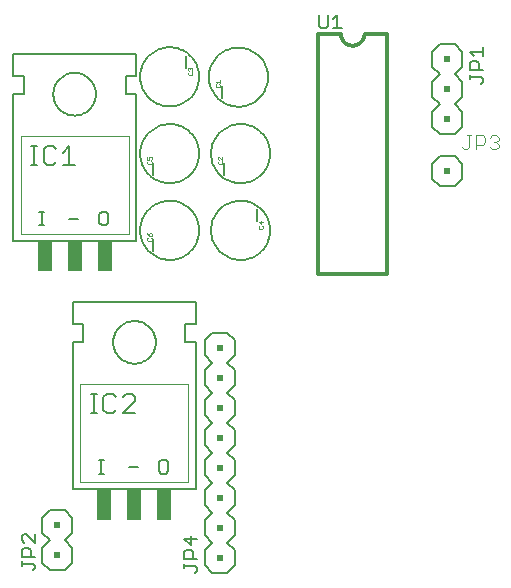
<source format=gto>
G75*
%MOIN*%
%OFA0B0*%
%FSLAX24Y24*%
%IPPOS*%
%LPD*%
%AMOC8*
5,1,8,0,0,1.08239X$1,22.5*
%
%ADD10C,0.0120*%
%ADD11C,0.0050*%
%ADD12C,0.0080*%
%ADD13C,0.0010*%
%ADD14R,0.0200X0.0200*%
%ADD15C,0.0060*%
%ADD16C,0.0020*%
%ADD17C,0.0070*%
%ADD18R,0.0500X0.0350*%
%ADD19R,0.0500X0.0650*%
%ADD20C,0.0040*%
D10*
X010447Y010944D02*
X012747Y010944D01*
X012747Y018944D01*
X011997Y018944D01*
X011995Y018905D01*
X011989Y018866D01*
X011980Y018828D01*
X011967Y018791D01*
X011950Y018755D01*
X011930Y018722D01*
X011906Y018690D01*
X011880Y018661D01*
X011851Y018635D01*
X011819Y018611D01*
X011786Y018591D01*
X011750Y018574D01*
X011713Y018561D01*
X011675Y018552D01*
X011636Y018546D01*
X011597Y018544D01*
X011558Y018546D01*
X011519Y018552D01*
X011481Y018561D01*
X011444Y018574D01*
X011408Y018591D01*
X011375Y018611D01*
X011343Y018635D01*
X011314Y018661D01*
X011288Y018690D01*
X011264Y018722D01*
X011244Y018755D01*
X011227Y018791D01*
X011214Y018828D01*
X011205Y018866D01*
X011199Y018905D01*
X011197Y018944D01*
X010447Y018944D01*
X010447Y010944D01*
D11*
X001010Y001128D02*
X000935Y001053D01*
X001010Y001128D02*
X001010Y001203D01*
X000935Y001278D01*
X000559Y001278D01*
X000559Y001203D02*
X000559Y001353D01*
X000559Y001513D02*
X000559Y001739D01*
X000634Y001814D01*
X000785Y001814D01*
X000860Y001739D01*
X000860Y001513D01*
X001010Y001513D02*
X000559Y001513D01*
X000634Y001974D02*
X000559Y002049D01*
X000559Y002199D01*
X000634Y002274D01*
X000710Y002274D01*
X001010Y001974D01*
X001010Y002274D01*
X003147Y004280D02*
X003297Y004280D01*
X003222Y004280D02*
X003222Y004730D01*
X003147Y004730D02*
X003297Y004730D01*
X004147Y004505D02*
X004447Y004505D01*
X005147Y004655D02*
X005147Y004355D01*
X005222Y004280D01*
X005372Y004280D01*
X005447Y004355D01*
X005447Y004655D01*
X005372Y004730D01*
X005222Y004730D01*
X005147Y004655D01*
X005969Y002112D02*
X006194Y001887D01*
X006194Y002187D01*
X006419Y002112D02*
X005969Y002112D01*
X006044Y001727D02*
X006194Y001727D01*
X006269Y001652D01*
X006269Y001427D01*
X006419Y001427D02*
X005969Y001427D01*
X005969Y001652D01*
X006044Y001727D01*
X005969Y001267D02*
X005969Y001116D01*
X005969Y001192D02*
X006344Y001192D01*
X006419Y001116D01*
X006419Y001041D01*
X006344Y000966D01*
X003376Y012548D02*
X003226Y012548D01*
X003151Y012623D01*
X003151Y012923D01*
X003226Y012998D01*
X003376Y012998D01*
X003451Y012923D01*
X003451Y012623D01*
X003376Y012548D01*
X002451Y012773D02*
X002151Y012773D01*
X001301Y012998D02*
X001151Y012998D01*
X001226Y012998D02*
X001226Y012548D01*
X001151Y012548D02*
X001301Y012548D01*
X010472Y019194D02*
X010547Y019119D01*
X010698Y019119D01*
X010773Y019194D01*
X010773Y019569D01*
X010933Y019419D02*
X011083Y019569D01*
X011083Y019119D01*
X010933Y019119D02*
X011233Y019119D01*
X010472Y019194D02*
X010472Y019569D01*
X015492Y018338D02*
X015942Y018338D01*
X015942Y018188D02*
X015942Y018488D01*
X015642Y018188D02*
X015492Y018338D01*
X015567Y018028D02*
X015717Y018028D01*
X015792Y017953D01*
X015792Y017728D01*
X015942Y017728D02*
X015492Y017728D01*
X015492Y017953D01*
X015567Y018028D01*
X015492Y017567D02*
X015492Y017417D01*
X015492Y017492D02*
X015867Y017492D01*
X015942Y017417D01*
X015942Y017342D01*
X015867Y017267D01*
D12*
X015247Y017343D02*
X015247Y016843D01*
X014997Y016593D01*
X015247Y016343D01*
X015247Y015843D01*
X014997Y015593D01*
X014497Y015593D01*
X014247Y015843D01*
X014247Y016343D01*
X014497Y016593D01*
X014247Y016843D01*
X014247Y017343D01*
X014497Y017593D01*
X014247Y017843D01*
X014247Y018343D01*
X014497Y018593D01*
X014997Y018593D01*
X015247Y018343D01*
X015247Y017843D01*
X014997Y017593D01*
X015247Y017343D01*
X014997Y014853D02*
X014497Y014853D01*
X014247Y014603D01*
X014247Y014103D01*
X014497Y013853D01*
X014997Y013853D01*
X015247Y014103D01*
X015247Y014603D01*
X014997Y014853D01*
X008407Y013085D02*
X008407Y012685D01*
X006873Y012385D02*
X006875Y012447D01*
X006881Y012510D01*
X006891Y012571D01*
X006905Y012632D01*
X006922Y012692D01*
X006943Y012751D01*
X006969Y012808D01*
X006997Y012863D01*
X007029Y012917D01*
X007065Y012968D01*
X007103Y013018D01*
X007145Y013064D01*
X007189Y013108D01*
X007237Y013149D01*
X007286Y013187D01*
X007338Y013221D01*
X007392Y013252D01*
X007448Y013280D01*
X007506Y013304D01*
X007565Y013325D01*
X007625Y013341D01*
X007686Y013354D01*
X007748Y013363D01*
X007810Y013368D01*
X007873Y013369D01*
X007935Y013366D01*
X007997Y013359D01*
X008059Y013348D01*
X008119Y013333D01*
X008179Y013315D01*
X008237Y013293D01*
X008294Y013267D01*
X008349Y013237D01*
X008402Y013204D01*
X008453Y013168D01*
X008501Y013129D01*
X008547Y013086D01*
X008590Y013041D01*
X008630Y012993D01*
X008667Y012943D01*
X008701Y012890D01*
X008732Y012836D01*
X008758Y012780D01*
X008782Y012722D01*
X008801Y012662D01*
X008817Y012602D01*
X008829Y012540D01*
X008837Y012479D01*
X008841Y012416D01*
X008841Y012354D01*
X008837Y012291D01*
X008829Y012230D01*
X008817Y012168D01*
X008801Y012108D01*
X008782Y012048D01*
X008758Y011990D01*
X008732Y011934D01*
X008701Y011880D01*
X008667Y011827D01*
X008630Y011777D01*
X008590Y011729D01*
X008547Y011684D01*
X008501Y011641D01*
X008453Y011602D01*
X008402Y011566D01*
X008349Y011533D01*
X008294Y011503D01*
X008237Y011477D01*
X008179Y011455D01*
X008119Y011437D01*
X008059Y011422D01*
X007997Y011411D01*
X007935Y011404D01*
X007873Y011401D01*
X007810Y011402D01*
X007748Y011407D01*
X007686Y011416D01*
X007625Y011429D01*
X007565Y011445D01*
X007506Y011466D01*
X007448Y011490D01*
X007392Y011518D01*
X007338Y011549D01*
X007286Y011583D01*
X007237Y011621D01*
X007189Y011662D01*
X007145Y011706D01*
X007103Y011752D01*
X007065Y011802D01*
X007029Y011853D01*
X006997Y011907D01*
X006969Y011962D01*
X006943Y012019D01*
X006922Y012078D01*
X006905Y012138D01*
X006891Y012199D01*
X006881Y012260D01*
X006875Y012323D01*
X006873Y012385D01*
X004511Y012385D02*
X004513Y012447D01*
X004519Y012510D01*
X004529Y012571D01*
X004543Y012632D01*
X004560Y012692D01*
X004581Y012751D01*
X004607Y012808D01*
X004635Y012863D01*
X004667Y012917D01*
X004703Y012968D01*
X004741Y013018D01*
X004783Y013064D01*
X004827Y013108D01*
X004875Y013149D01*
X004924Y013187D01*
X004976Y013221D01*
X005030Y013252D01*
X005086Y013280D01*
X005144Y013304D01*
X005203Y013325D01*
X005263Y013341D01*
X005324Y013354D01*
X005386Y013363D01*
X005448Y013368D01*
X005511Y013369D01*
X005573Y013366D01*
X005635Y013359D01*
X005697Y013348D01*
X005757Y013333D01*
X005817Y013315D01*
X005875Y013293D01*
X005932Y013267D01*
X005987Y013237D01*
X006040Y013204D01*
X006091Y013168D01*
X006139Y013129D01*
X006185Y013086D01*
X006228Y013041D01*
X006268Y012993D01*
X006305Y012943D01*
X006339Y012890D01*
X006370Y012836D01*
X006396Y012780D01*
X006420Y012722D01*
X006439Y012662D01*
X006455Y012602D01*
X006467Y012540D01*
X006475Y012479D01*
X006479Y012416D01*
X006479Y012354D01*
X006475Y012291D01*
X006467Y012230D01*
X006455Y012168D01*
X006439Y012108D01*
X006420Y012048D01*
X006396Y011990D01*
X006370Y011934D01*
X006339Y011880D01*
X006305Y011827D01*
X006268Y011777D01*
X006228Y011729D01*
X006185Y011684D01*
X006139Y011641D01*
X006091Y011602D01*
X006040Y011566D01*
X005987Y011533D01*
X005932Y011503D01*
X005875Y011477D01*
X005817Y011455D01*
X005757Y011437D01*
X005697Y011422D01*
X005635Y011411D01*
X005573Y011404D01*
X005511Y011401D01*
X005448Y011402D01*
X005386Y011407D01*
X005324Y011416D01*
X005263Y011429D01*
X005203Y011445D01*
X005144Y011466D01*
X005086Y011490D01*
X005030Y011518D01*
X004976Y011549D01*
X004924Y011583D01*
X004875Y011621D01*
X004827Y011662D01*
X004783Y011706D01*
X004741Y011752D01*
X004703Y011802D01*
X004667Y011853D01*
X004635Y011907D01*
X004607Y011962D01*
X004581Y012019D01*
X004560Y012078D01*
X004543Y012138D01*
X004529Y012199D01*
X004519Y012260D01*
X004513Y012323D01*
X004511Y012385D01*
X004945Y012085D02*
X004945Y011685D01*
X004945Y014244D02*
X004945Y014644D01*
X004511Y014944D02*
X004513Y015006D01*
X004519Y015069D01*
X004529Y015130D01*
X004543Y015191D01*
X004560Y015251D01*
X004581Y015310D01*
X004607Y015367D01*
X004635Y015422D01*
X004667Y015476D01*
X004703Y015527D01*
X004741Y015577D01*
X004783Y015623D01*
X004827Y015667D01*
X004875Y015708D01*
X004924Y015746D01*
X004976Y015780D01*
X005030Y015811D01*
X005086Y015839D01*
X005144Y015863D01*
X005203Y015884D01*
X005263Y015900D01*
X005324Y015913D01*
X005386Y015922D01*
X005448Y015927D01*
X005511Y015928D01*
X005573Y015925D01*
X005635Y015918D01*
X005697Y015907D01*
X005757Y015892D01*
X005817Y015874D01*
X005875Y015852D01*
X005932Y015826D01*
X005987Y015796D01*
X006040Y015763D01*
X006091Y015727D01*
X006139Y015688D01*
X006185Y015645D01*
X006228Y015600D01*
X006268Y015552D01*
X006305Y015502D01*
X006339Y015449D01*
X006370Y015395D01*
X006396Y015339D01*
X006420Y015281D01*
X006439Y015221D01*
X006455Y015161D01*
X006467Y015099D01*
X006475Y015038D01*
X006479Y014975D01*
X006479Y014913D01*
X006475Y014850D01*
X006467Y014789D01*
X006455Y014727D01*
X006439Y014667D01*
X006420Y014607D01*
X006396Y014549D01*
X006370Y014493D01*
X006339Y014439D01*
X006305Y014386D01*
X006268Y014336D01*
X006228Y014288D01*
X006185Y014243D01*
X006139Y014200D01*
X006091Y014161D01*
X006040Y014125D01*
X005987Y014092D01*
X005932Y014062D01*
X005875Y014036D01*
X005817Y014014D01*
X005757Y013996D01*
X005697Y013981D01*
X005635Y013970D01*
X005573Y013963D01*
X005511Y013960D01*
X005448Y013961D01*
X005386Y013966D01*
X005324Y013975D01*
X005263Y013988D01*
X005203Y014004D01*
X005144Y014025D01*
X005086Y014049D01*
X005030Y014077D01*
X004976Y014108D01*
X004924Y014142D01*
X004875Y014180D01*
X004827Y014221D01*
X004783Y014265D01*
X004741Y014311D01*
X004703Y014361D01*
X004667Y014412D01*
X004635Y014466D01*
X004607Y014521D01*
X004581Y014578D01*
X004560Y014637D01*
X004543Y014697D01*
X004529Y014758D01*
X004519Y014819D01*
X004513Y014882D01*
X004511Y014944D01*
X004511Y017503D02*
X004513Y017565D01*
X004519Y017628D01*
X004529Y017689D01*
X004543Y017750D01*
X004560Y017810D01*
X004581Y017869D01*
X004607Y017926D01*
X004635Y017981D01*
X004667Y018035D01*
X004703Y018086D01*
X004741Y018136D01*
X004783Y018182D01*
X004827Y018226D01*
X004875Y018267D01*
X004924Y018305D01*
X004976Y018339D01*
X005030Y018370D01*
X005086Y018398D01*
X005144Y018422D01*
X005203Y018443D01*
X005263Y018459D01*
X005324Y018472D01*
X005386Y018481D01*
X005448Y018486D01*
X005511Y018487D01*
X005573Y018484D01*
X005635Y018477D01*
X005697Y018466D01*
X005757Y018451D01*
X005817Y018433D01*
X005875Y018411D01*
X005932Y018385D01*
X005987Y018355D01*
X006040Y018322D01*
X006091Y018286D01*
X006139Y018247D01*
X006185Y018204D01*
X006228Y018159D01*
X006268Y018111D01*
X006305Y018061D01*
X006339Y018008D01*
X006370Y017954D01*
X006396Y017898D01*
X006420Y017840D01*
X006439Y017780D01*
X006455Y017720D01*
X006467Y017658D01*
X006475Y017597D01*
X006479Y017534D01*
X006479Y017472D01*
X006475Y017409D01*
X006467Y017348D01*
X006455Y017286D01*
X006439Y017226D01*
X006420Y017166D01*
X006396Y017108D01*
X006370Y017052D01*
X006339Y016998D01*
X006305Y016945D01*
X006268Y016895D01*
X006228Y016847D01*
X006185Y016802D01*
X006139Y016759D01*
X006091Y016720D01*
X006040Y016684D01*
X005987Y016651D01*
X005932Y016621D01*
X005875Y016595D01*
X005817Y016573D01*
X005757Y016555D01*
X005697Y016540D01*
X005635Y016529D01*
X005573Y016522D01*
X005511Y016519D01*
X005448Y016520D01*
X005386Y016525D01*
X005324Y016534D01*
X005263Y016547D01*
X005203Y016563D01*
X005144Y016584D01*
X005086Y016608D01*
X005030Y016636D01*
X004976Y016667D01*
X004924Y016701D01*
X004875Y016739D01*
X004827Y016780D01*
X004783Y016824D01*
X004741Y016870D01*
X004703Y016920D01*
X004667Y016971D01*
X004635Y017025D01*
X004607Y017080D01*
X004581Y017137D01*
X004560Y017196D01*
X004543Y017256D01*
X004529Y017317D01*
X004519Y017378D01*
X004513Y017441D01*
X004511Y017503D01*
X006045Y017803D02*
X006045Y018203D01*
X007236Y017195D02*
X007236Y016795D01*
X006802Y017495D02*
X006804Y017557D01*
X006810Y017620D01*
X006820Y017681D01*
X006834Y017742D01*
X006851Y017802D01*
X006872Y017861D01*
X006898Y017918D01*
X006926Y017973D01*
X006958Y018027D01*
X006994Y018078D01*
X007032Y018128D01*
X007074Y018174D01*
X007118Y018218D01*
X007166Y018259D01*
X007215Y018297D01*
X007267Y018331D01*
X007321Y018362D01*
X007377Y018390D01*
X007435Y018414D01*
X007494Y018435D01*
X007554Y018451D01*
X007615Y018464D01*
X007677Y018473D01*
X007739Y018478D01*
X007802Y018479D01*
X007864Y018476D01*
X007926Y018469D01*
X007988Y018458D01*
X008048Y018443D01*
X008108Y018425D01*
X008166Y018403D01*
X008223Y018377D01*
X008278Y018347D01*
X008331Y018314D01*
X008382Y018278D01*
X008430Y018239D01*
X008476Y018196D01*
X008519Y018151D01*
X008559Y018103D01*
X008596Y018053D01*
X008630Y018000D01*
X008661Y017946D01*
X008687Y017890D01*
X008711Y017832D01*
X008730Y017772D01*
X008746Y017712D01*
X008758Y017650D01*
X008766Y017589D01*
X008770Y017526D01*
X008770Y017464D01*
X008766Y017401D01*
X008758Y017340D01*
X008746Y017278D01*
X008730Y017218D01*
X008711Y017158D01*
X008687Y017100D01*
X008661Y017044D01*
X008630Y016990D01*
X008596Y016937D01*
X008559Y016887D01*
X008519Y016839D01*
X008476Y016794D01*
X008430Y016751D01*
X008382Y016712D01*
X008331Y016676D01*
X008278Y016643D01*
X008223Y016613D01*
X008166Y016587D01*
X008108Y016565D01*
X008048Y016547D01*
X007988Y016532D01*
X007926Y016521D01*
X007864Y016514D01*
X007802Y016511D01*
X007739Y016512D01*
X007677Y016517D01*
X007615Y016526D01*
X007554Y016539D01*
X007494Y016555D01*
X007435Y016576D01*
X007377Y016600D01*
X007321Y016628D01*
X007267Y016659D01*
X007215Y016693D01*
X007166Y016731D01*
X007118Y016772D01*
X007074Y016816D01*
X007032Y016862D01*
X006994Y016912D01*
X006958Y016963D01*
X006926Y017017D01*
X006898Y017072D01*
X006872Y017129D01*
X006851Y017188D01*
X006834Y017248D01*
X006820Y017309D01*
X006810Y017370D01*
X006804Y017433D01*
X006802Y017495D01*
X006873Y014944D02*
X006875Y015006D01*
X006881Y015069D01*
X006891Y015130D01*
X006905Y015191D01*
X006922Y015251D01*
X006943Y015310D01*
X006969Y015367D01*
X006997Y015422D01*
X007029Y015476D01*
X007065Y015527D01*
X007103Y015577D01*
X007145Y015623D01*
X007189Y015667D01*
X007237Y015708D01*
X007286Y015746D01*
X007338Y015780D01*
X007392Y015811D01*
X007448Y015839D01*
X007506Y015863D01*
X007565Y015884D01*
X007625Y015900D01*
X007686Y015913D01*
X007748Y015922D01*
X007810Y015927D01*
X007873Y015928D01*
X007935Y015925D01*
X007997Y015918D01*
X008059Y015907D01*
X008119Y015892D01*
X008179Y015874D01*
X008237Y015852D01*
X008294Y015826D01*
X008349Y015796D01*
X008402Y015763D01*
X008453Y015727D01*
X008501Y015688D01*
X008547Y015645D01*
X008590Y015600D01*
X008630Y015552D01*
X008667Y015502D01*
X008701Y015449D01*
X008732Y015395D01*
X008758Y015339D01*
X008782Y015281D01*
X008801Y015221D01*
X008817Y015161D01*
X008829Y015099D01*
X008837Y015038D01*
X008841Y014975D01*
X008841Y014913D01*
X008837Y014850D01*
X008829Y014789D01*
X008817Y014727D01*
X008801Y014667D01*
X008782Y014607D01*
X008758Y014549D01*
X008732Y014493D01*
X008701Y014439D01*
X008667Y014386D01*
X008630Y014336D01*
X008590Y014288D01*
X008547Y014243D01*
X008501Y014200D01*
X008453Y014161D01*
X008402Y014125D01*
X008349Y014092D01*
X008294Y014062D01*
X008237Y014036D01*
X008179Y014014D01*
X008119Y013996D01*
X008059Y013981D01*
X007997Y013970D01*
X007935Y013963D01*
X007873Y013960D01*
X007810Y013961D01*
X007748Y013966D01*
X007686Y013975D01*
X007625Y013988D01*
X007565Y014004D01*
X007506Y014025D01*
X007448Y014049D01*
X007392Y014077D01*
X007338Y014108D01*
X007286Y014142D01*
X007237Y014180D01*
X007189Y014221D01*
X007145Y014265D01*
X007103Y014311D01*
X007065Y014361D01*
X007029Y014412D01*
X006997Y014466D01*
X006969Y014521D01*
X006943Y014578D01*
X006922Y014637D01*
X006905Y014697D01*
X006891Y014758D01*
X006881Y014819D01*
X006875Y014882D01*
X006873Y014944D01*
X007307Y014644D02*
X007307Y014244D01*
X007414Y008971D02*
X006914Y008971D01*
X006664Y008721D01*
X006664Y008221D01*
X006914Y007971D01*
X006664Y007721D01*
X006664Y007221D01*
X006914Y006971D01*
X006664Y006721D01*
X006664Y006221D01*
X006914Y005971D01*
X006664Y005721D01*
X006664Y005221D01*
X006914Y004971D01*
X006664Y004721D01*
X006664Y004221D01*
X006914Y003971D01*
X006664Y003721D01*
X006664Y003221D01*
X006914Y002971D01*
X006664Y002721D01*
X006664Y002221D01*
X006914Y001971D01*
X006664Y001721D01*
X006664Y001221D01*
X006914Y000971D01*
X007414Y000971D01*
X007664Y001221D01*
X007664Y001721D01*
X007414Y001971D01*
X007664Y002221D01*
X007664Y002721D01*
X007414Y002971D01*
X007664Y003221D01*
X007664Y003721D01*
X007414Y003971D01*
X007664Y004221D01*
X007664Y004721D01*
X007414Y004971D01*
X007664Y005221D01*
X007664Y005721D01*
X007414Y005971D01*
X007664Y006221D01*
X007664Y006721D01*
X007414Y006971D01*
X007664Y007221D01*
X007664Y007721D01*
X007414Y007971D01*
X007664Y008221D01*
X007664Y008721D01*
X007414Y008971D01*
X002005Y003058D02*
X002255Y002808D01*
X002255Y002308D01*
X002005Y002058D01*
X002255Y001808D01*
X002255Y001308D01*
X002005Y001058D01*
X001505Y001058D01*
X001255Y001308D01*
X001255Y001808D01*
X001505Y002058D01*
X001255Y002308D01*
X001255Y002808D01*
X001505Y003058D01*
X002005Y003058D01*
D13*
X004765Y012040D02*
X004865Y012040D01*
X004890Y012065D01*
X004890Y012115D01*
X004865Y012140D01*
X004865Y012187D02*
X004890Y012212D01*
X004890Y012262D01*
X004865Y012287D01*
X004840Y012287D01*
X004815Y012262D01*
X004815Y012187D01*
X004865Y012187D01*
X004815Y012187D02*
X004765Y012237D01*
X004740Y012287D01*
X004765Y012140D02*
X004740Y012115D01*
X004740Y012065D01*
X004765Y012040D01*
X004765Y014599D02*
X004865Y014599D01*
X004890Y014624D01*
X004890Y014674D01*
X004865Y014699D01*
X004865Y014746D02*
X004890Y014771D01*
X004890Y014821D01*
X004865Y014846D01*
X004815Y014846D01*
X004790Y014821D01*
X004790Y014796D01*
X004815Y014746D01*
X004740Y014746D01*
X004740Y014846D01*
X004765Y014699D02*
X004740Y014674D01*
X004740Y014624D01*
X004765Y014599D01*
X007102Y014624D02*
X007127Y014599D01*
X007227Y014599D01*
X007252Y014624D01*
X007252Y014674D01*
X007227Y014699D01*
X007252Y014746D02*
X007152Y014846D01*
X007127Y014846D01*
X007102Y014821D01*
X007102Y014771D01*
X007127Y014746D01*
X007127Y014699D02*
X007102Y014674D01*
X007102Y014624D01*
X007252Y014746D02*
X007252Y014846D01*
X007156Y017150D02*
X007056Y017150D01*
X007031Y017175D01*
X007031Y017225D01*
X007056Y017250D01*
X007081Y017297D02*
X007031Y017347D01*
X007181Y017347D01*
X007181Y017297D02*
X007181Y017397D01*
X007156Y017250D02*
X007181Y017225D01*
X007181Y017175D01*
X007156Y017150D01*
X006250Y017588D02*
X006250Y017638D01*
X006225Y017663D01*
X006225Y017711D02*
X006250Y017736D01*
X006250Y017786D01*
X006225Y017811D01*
X006200Y017811D01*
X006175Y017786D01*
X006175Y017761D01*
X006175Y017786D02*
X006150Y017811D01*
X006125Y017811D01*
X006100Y017786D01*
X006100Y017736D01*
X006125Y017711D01*
X006125Y017663D02*
X006100Y017638D01*
X006100Y017588D01*
X006125Y017563D01*
X006225Y017563D01*
X006250Y017588D01*
X008462Y012667D02*
X008537Y012592D01*
X008537Y012692D01*
X008612Y012667D02*
X008462Y012667D01*
X008487Y012545D02*
X008462Y012520D01*
X008462Y012470D01*
X008487Y012445D01*
X008587Y012445D01*
X008612Y012470D01*
X008612Y012520D01*
X008587Y012545D01*
D14*
X007164Y008471D03*
X007164Y007471D03*
X007164Y006471D03*
X007164Y005471D03*
X007164Y004471D03*
X007164Y003471D03*
X007164Y002471D03*
X007164Y001471D03*
X001755Y001558D03*
X001755Y002558D03*
X014747Y014353D03*
X014747Y016093D03*
X014747Y017093D03*
X014747Y018093D03*
D15*
X006372Y010005D02*
X006372Y009255D01*
X006022Y009255D01*
X006022Y008655D01*
X006372Y008655D01*
X006372Y003755D01*
X002272Y003755D01*
X002272Y008655D01*
X002622Y008655D01*
X002622Y009255D01*
X002272Y009255D01*
X002272Y010005D01*
X006372Y010005D01*
X004376Y012023D02*
X004376Y016923D01*
X004026Y016923D01*
X004026Y017523D01*
X004376Y017523D01*
X004376Y018273D01*
X000276Y018273D01*
X000276Y017523D01*
X000626Y017523D01*
X000626Y016923D01*
X000276Y016923D01*
X000276Y012023D01*
X004376Y012023D01*
X003612Y008655D02*
X003614Y008708D01*
X003620Y008761D01*
X003630Y008813D01*
X003644Y008864D01*
X003661Y008914D01*
X003682Y008963D01*
X003707Y009010D01*
X003735Y009055D01*
X003767Y009098D01*
X003802Y009138D01*
X003839Y009175D01*
X003879Y009210D01*
X003922Y009242D01*
X003967Y009270D01*
X004014Y009295D01*
X004063Y009316D01*
X004113Y009333D01*
X004164Y009347D01*
X004216Y009357D01*
X004269Y009363D01*
X004322Y009365D01*
X004375Y009363D01*
X004428Y009357D01*
X004480Y009347D01*
X004531Y009333D01*
X004581Y009316D01*
X004630Y009295D01*
X004677Y009270D01*
X004722Y009242D01*
X004765Y009210D01*
X004805Y009175D01*
X004842Y009138D01*
X004877Y009098D01*
X004909Y009055D01*
X004937Y009010D01*
X004962Y008963D01*
X004983Y008914D01*
X005000Y008864D01*
X005014Y008813D01*
X005024Y008761D01*
X005030Y008708D01*
X005032Y008655D01*
X005030Y008602D01*
X005024Y008549D01*
X005014Y008497D01*
X005000Y008446D01*
X004983Y008396D01*
X004962Y008347D01*
X004937Y008300D01*
X004909Y008255D01*
X004877Y008212D01*
X004842Y008172D01*
X004805Y008135D01*
X004765Y008100D01*
X004722Y008068D01*
X004677Y008040D01*
X004630Y008015D01*
X004581Y007994D01*
X004531Y007977D01*
X004480Y007963D01*
X004428Y007953D01*
X004375Y007947D01*
X004322Y007945D01*
X004269Y007947D01*
X004216Y007953D01*
X004164Y007963D01*
X004113Y007977D01*
X004063Y007994D01*
X004014Y008015D01*
X003967Y008040D01*
X003922Y008068D01*
X003879Y008100D01*
X003839Y008135D01*
X003802Y008172D01*
X003767Y008212D01*
X003735Y008255D01*
X003707Y008300D01*
X003682Y008347D01*
X003661Y008396D01*
X003644Y008446D01*
X003630Y008497D01*
X003620Y008549D01*
X003614Y008602D01*
X003612Y008655D01*
X001616Y016923D02*
X001618Y016976D01*
X001624Y017029D01*
X001634Y017081D01*
X001648Y017132D01*
X001665Y017182D01*
X001686Y017231D01*
X001711Y017278D01*
X001739Y017323D01*
X001771Y017366D01*
X001806Y017406D01*
X001843Y017443D01*
X001883Y017478D01*
X001926Y017510D01*
X001971Y017538D01*
X002018Y017563D01*
X002067Y017584D01*
X002117Y017601D01*
X002168Y017615D01*
X002220Y017625D01*
X002273Y017631D01*
X002326Y017633D01*
X002379Y017631D01*
X002432Y017625D01*
X002484Y017615D01*
X002535Y017601D01*
X002585Y017584D01*
X002634Y017563D01*
X002681Y017538D01*
X002726Y017510D01*
X002769Y017478D01*
X002809Y017443D01*
X002846Y017406D01*
X002881Y017366D01*
X002913Y017323D01*
X002941Y017278D01*
X002966Y017231D01*
X002987Y017182D01*
X003004Y017132D01*
X003018Y017081D01*
X003028Y017029D01*
X003034Y016976D01*
X003036Y016923D01*
X003034Y016870D01*
X003028Y016817D01*
X003018Y016765D01*
X003004Y016714D01*
X002987Y016664D01*
X002966Y016615D01*
X002941Y016568D01*
X002913Y016523D01*
X002881Y016480D01*
X002846Y016440D01*
X002809Y016403D01*
X002769Y016368D01*
X002726Y016336D01*
X002681Y016308D01*
X002634Y016283D01*
X002585Y016262D01*
X002535Y016245D01*
X002484Y016231D01*
X002432Y016221D01*
X002379Y016215D01*
X002326Y016213D01*
X002273Y016215D01*
X002220Y016221D01*
X002168Y016231D01*
X002117Y016245D01*
X002067Y016262D01*
X002018Y016283D01*
X001971Y016308D01*
X001926Y016336D01*
X001883Y016368D01*
X001843Y016403D01*
X001806Y016440D01*
X001771Y016480D01*
X001739Y016523D01*
X001711Y016568D01*
X001686Y016615D01*
X001665Y016664D01*
X001648Y016714D01*
X001634Y016765D01*
X001624Y016817D01*
X001618Y016870D01*
X001616Y016923D01*
D16*
X000526Y015523D02*
X000526Y012273D01*
X004126Y012273D01*
X004126Y015523D01*
X000526Y015523D01*
X002522Y007255D02*
X002522Y004005D01*
X006122Y004005D01*
X006122Y007255D01*
X002522Y007255D01*
D17*
X002857Y006920D02*
X003067Y006920D01*
X002962Y006920D02*
X002962Y006290D01*
X002857Y006290D02*
X003067Y006290D01*
X003286Y006395D02*
X003392Y006290D01*
X003602Y006290D01*
X003707Y006395D01*
X003931Y006290D02*
X004351Y006710D01*
X004351Y006815D01*
X004246Y006920D01*
X004036Y006920D01*
X003931Y006815D01*
X003707Y006815D02*
X003602Y006920D01*
X003392Y006920D01*
X003286Y006815D01*
X003286Y006395D01*
X003931Y006290D02*
X004351Y006290D01*
X002355Y014558D02*
X001935Y014558D01*
X002145Y014558D02*
X002145Y015188D01*
X001935Y014978D01*
X001711Y015083D02*
X001606Y015188D01*
X001395Y015188D01*
X001290Y015083D01*
X001290Y014663D01*
X001395Y014558D01*
X001606Y014558D01*
X001711Y014663D01*
X001071Y014558D02*
X000861Y014558D01*
X000966Y014558D02*
X000966Y015188D01*
X000861Y015188D02*
X001071Y015188D01*
D18*
X001326Y011848D03*
X002326Y011848D03*
X003326Y011848D03*
X003322Y003580D03*
X004322Y003580D03*
X005322Y003580D03*
D19*
X005322Y003080D03*
X004322Y003080D03*
X003322Y003080D03*
X003326Y011348D03*
X002326Y011348D03*
X001326Y011348D03*
D20*
X015237Y015170D02*
X015314Y015093D01*
X015390Y015093D01*
X015467Y015170D01*
X015467Y015554D01*
X015390Y015554D02*
X015544Y015554D01*
X015697Y015554D02*
X015928Y015554D01*
X016004Y015477D01*
X016004Y015323D01*
X015928Y015247D01*
X015697Y015247D01*
X015697Y015093D02*
X015697Y015554D01*
X016158Y015477D02*
X016234Y015554D01*
X016388Y015554D01*
X016465Y015477D01*
X016465Y015400D01*
X016388Y015323D01*
X016465Y015247D01*
X016465Y015170D01*
X016388Y015093D01*
X016234Y015093D01*
X016158Y015170D01*
X016311Y015323D02*
X016388Y015323D01*
M02*

</source>
